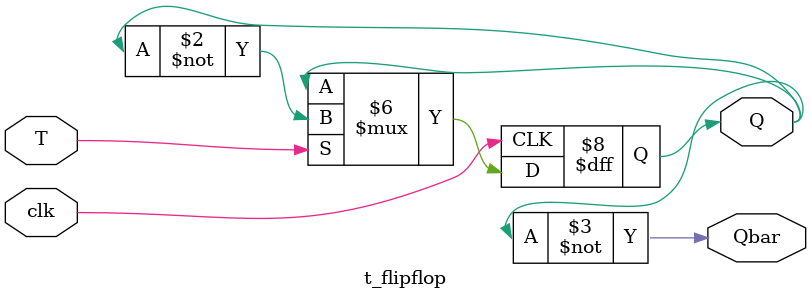
<source format=v>
module t_flipflop(
    input T,
    input clk,    
    output reg Q,
    output Qbar
);
    initial Q = 0;

    always @(posedge clk) begin
        if (T)
            Q <= ~Q;     
        else
            Q <= Q;     
    end

    assign Qbar = ~Q;
endmodule

</source>
